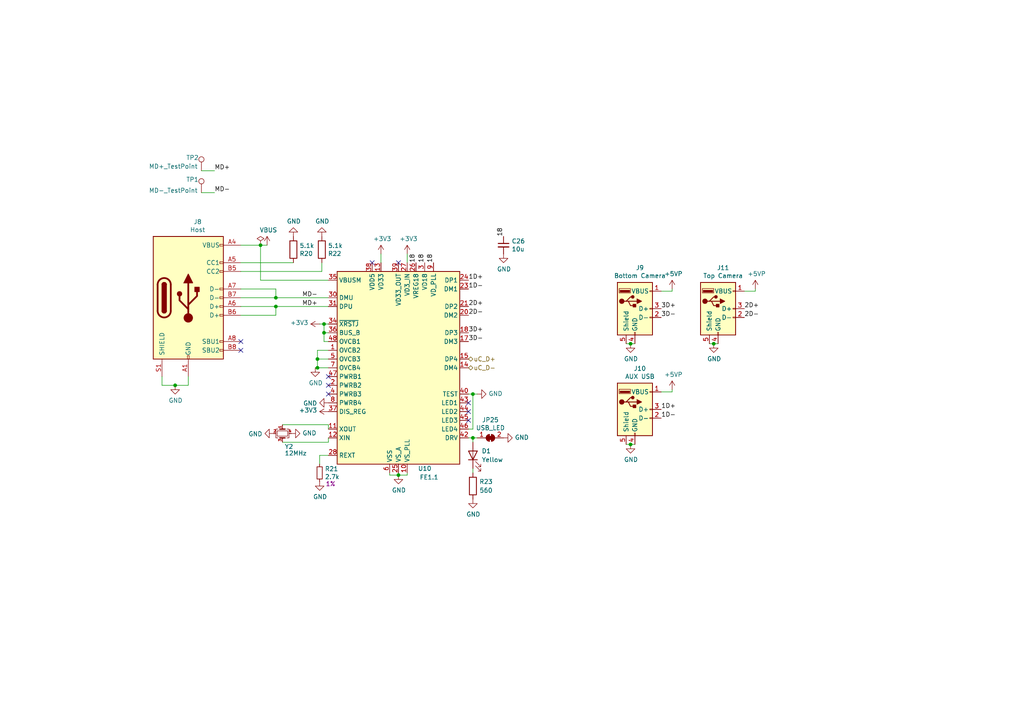
<source format=kicad_sch>
(kicad_sch (version 20211123) (generator eeschema)
  (paper "A4")
  (title_block (title "Index Mobo") (date "2021-02-19") (rev "${version}"))
  (lib_symbols
    (symbol "Connector:TestPoint" (pin_numbers hide) (pin_names (offset 0.762) hide)
      (property "Reference" "TP" (at 0 6.858 0))
      (property "Value" "TestPoint" (at 0 5.08 0))
      (symbol "TestPoint_0_1"
        (circle (center 0 3.302) (radius 0.762))
      )
      (symbol "TestPoint_1_1"
        (pin passive line (at 0 0 90) (length 2.54) (name "1") (number "1"))
      )
    )
    (symbol "Connector:USB_A" (pin_names (offset 1.016))
      (property "Reference" "J" (at -5.08 11.43 0))
      (property "Value" "USB_A" (at -5.08 8.89 0))
      (symbol "USB_A_0_1"
        (rectangle (start -5.08 -7.62) (end 5.08 7.62) (stroke (width 0.254)) (fill (type background)))
        (circle (center -3.81 2.159) (radius 0.635) (stroke (width 0.254)) (fill (type outline)))
        (rectangle (start -1.524 4.826) (end -4.318 5.334) (fill (type outline)))
        (rectangle (start -1.27 4.572) (end -4.572 5.842))
        (circle (center -0.635 3.429) (radius 0.381) (stroke (width 0.254)) (fill (type outline)))
        (rectangle (start -0.127 -7.62) (end 0.127 -6.858))
        (polyline (pts (xy -3.175 2.159) (xy -2.54 2.159) (xy -1.27 3.429) (xy -0.635 3.429)) (stroke (width 0.254)))
        (polyline (pts (xy -2.54 2.159) (xy -1.905 2.159) (xy -1.27 0.889) (xy 0 0.889)) (stroke (width 0.254)))
        (polyline (pts (xy 0.635 2.794) (xy 0.635 1.524) (xy 1.905 2.159) (xy 0.635 2.794)) (stroke (width 0.254)) (fill (type outline)))
        (rectangle (start 0.254 1.27) (end -0.508 0.508) (stroke (width 0.254)) (fill (type outline)))
        (rectangle (start 5.08 -2.667) (end 4.318 -2.413))
        (rectangle (start 5.08 -0.127) (end 4.318 0.127))
        (rectangle (start 5.08 4.953) (end 4.318 5.207))
      )
      (symbol "USB_A_1_1"
        (polyline (pts (xy -1.905 2.159) (xy 0.635 2.159)) (stroke (width 0.254)))
        (pin power_in line (at 7.62 5.08 180) (length 2.54) (name "VBUS") (number "1"))
        (pin bidirectional line (at 7.62 -2.54 180) (length 2.54) (name "D-") (number "2"))
        (pin bidirectional line (at 7.62 0 180) (length 2.54) (name "D+") (number "3"))
        (pin power_in line (at 0 -10.16 90) (length 2.54) (name "GND") (number "4"))
        (pin passive line (at -2.54 -10.16 90) (length 2.54) (name "Shield") (number "5"))
      )
    )
    (symbol "Connector:USB_C_Receptacle_USB2.0" (pin_names (offset 1.016))
      (property "Reference" "J" (at -10.16 19.05 0))
      (property "Value" "USB_C_Receptacle_USB2.0" (at 19.05 19.05 0))
      (symbol "USB_C_Receptacle_USB2.0_0_0"
        (rectangle (start -0.254 -17.78) (end 0.254 -16.764))
        (rectangle (start 10.16 -14.986) (end 9.144 -15.494))
        (rectangle (start 10.16 -12.446) (end 9.144 -12.954))
        (rectangle (start 10.16 -4.826) (end 9.144 -5.334))
        (rectangle (start 10.16 -2.286) (end 9.144 -2.794))
        (rectangle (start 10.16 0.254) (end 9.144 -0.254))
        (rectangle (start 10.16 2.794) (end 9.144 2.286))
        (rectangle (start 10.16 7.874) (end 9.144 7.366))
        (rectangle (start 10.16 10.414) (end 9.144 9.906))
        (rectangle (start 10.16 15.494) (end 9.144 14.986))
      )
      (symbol "USB_C_Receptacle_USB2.0_0_1"
        (rectangle (start -10.16 17.78) (end 10.16 -17.78) (stroke (width 0.254)) (fill (type background)))
        (arc (start -8.89 -3.81) (mid -6.985 -5.715) (end -5.08 -3.81) (stroke (width 0.508)))
        (arc (start -7.62 -3.81) (mid -6.985 -4.445) (end -6.35 -3.81) (stroke (width 0.254)))
        (arc (start -7.62 -3.81) (mid -6.985 -4.445) (end -6.35 -3.81) (stroke (width 0.254)) (fill (type outline)))
        (rectangle (start -7.62 -3.81) (end -6.35 3.81) (stroke (width 0.254)) (fill (type outline)))
        (arc (start -6.35 3.81) (mid -6.985 4.445) (end -7.62 3.81) (stroke (width 0.254)))
        (arc (start -6.35 3.81) (mid -6.985 4.445) (end -7.62 3.81) (stroke (width 0.254)) (fill (type outline)))
        (arc (start -5.08 3.81) (mid -6.985 5.715) (end -8.89 3.81) (stroke (width 0.508)))
        (circle (center -2.54 1.143) (radius 0.635) (stroke (width 0.254)) (fill (type outline)))
        (circle (center 0 -5.842) (radius 1.27) (fill (type outline)))
        (polyline (pts (xy -8.89 -3.81) (xy -8.89 3.81)) (stroke (width 0.508)))
        (polyline (pts (xy -5.08 3.81) (xy -5.08 -3.81)) (stroke (width 0.508)))
        (polyline (pts (xy 0 -5.842) (xy 0 4.318)) (stroke (width 0.508)))
        (polyline (pts (xy 0 -3.302) (xy -2.54 -0.762) (xy -2.54 0.508)) (stroke (width 0.508)))
        (polyline (pts (xy 0 -2.032) (xy 2.54 0.508) (xy 2.54 1.778)) (stroke (width 0.508)))
        (polyline (pts (xy -1.27 4.318) (xy 0 6.858) (xy 1.27 4.318) (xy -1.27 4.318)) (stroke (width 0.254)) (fill (type outline)))
        (rectangle (start 1.905 1.778) (end 3.175 3.048) (stroke (width 0.254)) (fill (type outline)))
      )
      (symbol "USB_C_Receptacle_USB2.0_1_1"
        (pin passive line (at 0 -22.86 90) (length 5.08) (name "GND") (number "A1"))
        (pin passive line (at 0 -22.86 90) (length 5.08) hide (name "GND") (number "A12"))
        (pin passive line (at 15.24 15.24 180) (length 5.08) (name "VBUS") (number "A4"))
        (pin bidirectional line (at 15.24 10.16 180) (length 5.08) (name "CC1") (number "A5"))
        (pin bidirectional line (at 15.24 -2.54 180) (length 5.08) (name "D+") (number "A6"))
        (pin bidirectional line (at 15.24 2.54 180) (length 5.08) (name "D-") (number "A7"))
        (pin bidirectional line (at 15.24 -12.7 180) (length 5.08) (name "SBU1") (number "A8"))
        (pin passive line (at 15.24 15.24 180) (length 5.08) hide (name "VBUS") (number "A9"))
        (pin passive line (at 0 -22.86 90) (length 5.08) hide (name "GND") (number "B1"))
        (pin passive line (at 0 -22.86 90) (length 5.08) hide (name "GND") (number "B12"))
        (pin passive line (at 15.24 15.24 180) (length 5.08) hide (name "VBUS") (number "B4"))
        (pin bidirectional line (at 15.24 7.62 180) (length 5.08) (name "CC2") (number "B5"))
        (pin bidirectional line (at 15.24 -5.08 180) (length 5.08) (name "D+") (number "B6"))
        (pin bidirectional line (at 15.24 0 180) (length 5.08) (name "D-") (number "B7"))
        (pin bidirectional line (at 15.24 -15.24 180) (length 5.08) (name "SBU2") (number "B8"))
        (pin passive line (at 15.24 15.24 180) (length 5.08) hide (name "VBUS") (number "B9"))
        (pin passive line (at -7.62 -22.86 90) (length 5.08) (name "SHIELD") (number "S1"))
      )
    )
    (symbol "Device:C_Small" (pin_numbers hide) (pin_names (offset 0.254) hide)
      (property "Reference" "C" (at 0.254 1.778 0))
      (property "Value" "C_Small" (at 0.254 -2.032 0))
      (symbol "C_Small_0_1"
        (polyline (pts (xy -1.524 -0.508) (xy 1.524 -0.508)) (stroke (width 0.3302)))
        (polyline (pts (xy -1.524 0.508) (xy 1.524 0.508)) (stroke (width 0.3048)))
      )
      (symbol "C_Small_1_1"
        (pin passive line (at 0 2.54 270) (length 2.032) (name "~") (number "1"))
        (pin passive line (at 0 -2.54 90) (length 2.032) (name "~") (number "2"))
      )
    )
    (symbol "Device:Crystal_GND24_Small" (pin_names (offset 1.016) hide)
      (property "Reference" "Y" (at 1.27 4.445 0))
      (property "Value" "Crystal_GND24_Small" (at 1.27 2.54 0))
      (symbol "Crystal_GND24_Small_0_1"
        (rectangle (start -0.762 -1.524) (end 0.762 1.524))
        (polyline (pts (xy -1.27 -0.762) (xy -1.27 0.762)) (stroke (width 0.381)))
        (polyline (pts (xy 1.27 -0.762) (xy 1.27 0.762)) (stroke (width 0.381)))
        (polyline (pts (xy -1.27 -1.27) (xy -1.27 -1.905) (xy 1.27 -1.905) (xy 1.27 -1.27)))
        (polyline (pts (xy -1.27 1.27) (xy -1.27 1.905) (xy 1.27 1.905) (xy 1.27 1.27)))
      )
      (symbol "Crystal_GND24_Small_1_1"
        (pin passive line (at -2.54 0 0) (length 1.27) (name "1") (number "1"))
        (pin passive line (at 0 -2.54 90) (length 0.635) (name "2") (number "2"))
        (pin passive line (at 2.54 0 180) (length 1.27) (name "3") (number "3"))
        (pin passive line (at 0 2.54 270) (length 0.635) (name "4") (number "4"))
      )
    )
    (symbol "Device:LED" (pin_numbers hide) (pin_names (offset 1.016) hide)
      (property "Reference" "D" (at 0 2.54 0))
      (property "Value" "LED" (at 0 -2.54 0))
      (symbol "LED_0_1"
        (polyline (pts (xy -1.27 -1.27) (xy -1.27 1.27)) (stroke (width 0.254)))
        (polyline (pts (xy -1.27 0) (xy 1.27 0)))
        (polyline (pts (xy 1.27 -1.27) (xy 1.27 1.27) (xy -1.27 0) (xy 1.27 -1.27)) (stroke (width 0.254)))
        (polyline (pts (xy -3.048 -0.762) (xy -4.572 -2.286) (xy -3.81 -2.286) (xy -4.572 -2.286) (xy -4.572 -1.524)))
        (polyline (pts (xy -1.778 -0.762) (xy -3.302 -2.286) (xy -2.54 -2.286) (xy -3.302 -2.286) (xy -3.302 -1.524)))
      )
      (symbol "LED_1_1"
        (pin passive line (at -3.81 0 0) (length 2.54) (name "K") (number "1"))
        (pin passive line (at 3.81 0 180) (length 2.54) (name "A") (number "2"))
      )
    )
    (symbol "Device:R" (pin_numbers hide) (pin_names (offset 0))
      (property "Reference" "R" (at 2.032 0 90))
      (property "Value" "R" (at 0 0 90))
      (symbol "R_0_1"
        (rectangle (start -1.016 -2.54) (end 1.016 2.54) (stroke (width 0.254)))
      )
      (symbol "R_1_1"
        (pin passive line (at 0 3.81 270) (length 1.27) (name "~") (number "1"))
        (pin passive line (at 0 -3.81 90) (length 1.27) (name "~") (number "2"))
      )
    )
    (symbol "Device:R_Small" (pin_numbers hide) (pin_names (offset 0.254) hide)
      (property "Reference" "R" (at 0.762 0.508 0))
      (property "Value" "R_Small" (at 0.762 -1.016 0))
      (symbol "R_Small_0_1"
        (rectangle (start -0.762 1.778) (end 0.762 -1.778) (stroke (width 0.2032)))
      )
      (symbol "R_Small_1_1"
        (pin passive line (at 0 2.54 270) (length 0.762) (name "~") (number "1"))
        (pin passive line (at 0 -2.54 90) (length 0.762) (name "~") (number "2"))
      )
    )
    (symbol "Jumper:SolderJumper_2_Bridged" (pin_names (offset 0) hide)
      (property "Reference" "JP" (at 0 2.032 0))
      (property "Value" "SolderJumper_2_Bridged" (at 0 -2.54 0))
      (symbol "SolderJumper_2_Bridged_0_1"
        (rectangle (start -0.508 0.508) (end 0.508 -0.508) (fill (type outline)))
        (arc (start -0.254 1.016) (mid -1.27 0) (end -0.254 -1.016))
        (arc (start -0.254 1.016) (mid -1.27 0) (end -0.254 -1.016) (fill (type outline)))
        (polyline (pts (xy -0.254 1.016) (xy -0.254 -1.016)))
        (polyline (pts (xy 0.254 1.016) (xy 0.254 -1.016)))
        (arc (start 0.254 -1.016) (mid 1.27 0) (end 0.254 1.016))
        (arc (start 0.254 -1.016) (mid 1.27 0) (end 0.254 1.016) (fill (type outline)))
      )
      (symbol "SolderJumper_2_Bridged_1_1"
        (pin passive line (at -3.81 0 0) (length 2.54) (name "A") (number "1"))
        (pin passive line (at 3.81 0 180) (length 2.54) (name "B") (number "2"))
      )
    )
    (symbol "index:FE1.1"
      (property "Reference" "U" (at -13.97 26.67 0))
      (property "Value" "FE1.1" (at 15.24 27.94 0))
      (symbol "FE1.1_0_1"
        (rectangle (start -17.78 25.4) (end 17.78 -30.48) (stroke (width 0.254)) (fill (type background)))
      )
      (symbol "FE1.1_1_1"
        (pin input line (at -20.32 2.54 0) (length 2.54) (name "OVCB2") (number "1"))
        (pin power_in line (at 2.54 -33.02 90) (length 2.54) (name "VS_PLL") (number "10"))
        (pin output line (at -20.32 -20.32 0) (length 2.54) (name "XOUT") (number "11"))
        (pin input line (at -20.32 -22.86 0) (length 2.54) (name "XIN") (number "12"))
        (pin power_in line (at -5.08 27.94 270) (length 2.54) (name "VD33") (number "13"))
        (pin bidirectional line (at 20.32 -2.54 180) (length 2.54) (name "DM4") (number "14"))
        (pin bidirectional line (at 20.32 0 180) (length 2.54) (name "DP4") (number "15"))
        (pin passive line (at -2.54 -33.02 90) (length 2.54) hide (name "VSS") (number "16"))
        (pin bidirectional line (at 20.32 5.08 180) (length 2.54) (name "DM3") (number "17"))
        (pin bidirectional line (at 20.32 7.62 180) (length 2.54) (name "DP3") (number "18"))
        (pin passive line (at -5.08 27.94 270) (length 2.54) hide (name "VD33") (number "19"))
        (pin input line (at -20.32 -7.62 0) (length 2.54) (name "PWRB2") (number "2"))
        (pin bidirectional line (at 20.32 12.7 180) (length 2.54) (name "DM2") (number "20"))
        (pin bidirectional line (at 20.32 15.24 180) (length 2.54) (name "DP2") (number "21"))
        (pin passive line (at -2.54 -33.02 90) (length 2.54) hide (name "VSS") (number "22"))
        (pin bidirectional line (at 20.32 20.32 180) (length 2.54) (name "DM1") (number "23"))
        (pin bidirectional line (at 20.32 22.86 180) (length 2.54) (name "DP1") (number "24"))
        (pin power_in line (at 0 -33.02 90) (length 2.54) (name "VS_A") (number "25"))
        (pin power_out line (at 5.08 27.94 270) (length 2.54) (name "VREG18") (number "26"))
        (pin power_in line (at 2.54 27.94 270) (length 2.54) (name "VD3_IN") (number "27"))
        (pin passive line (at -20.32 -27.94 0) (length 2.54) (name "REXT") (number "28"))
        (pin passive line (at 7.62 27.94 270) (length 2.54) hide (name "VD18") (number "29"))
        (pin power_in line (at 7.62 27.94 270) (length 2.54) (name "VD18") (number "3"))
        (pin bidirectional line (at -20.32 17.78 0) (length 2.54) (name "DMU") (number "30"))
        (pin bidirectional line (at -20.32 15.24 0) (length 2.54) (name "DPU") (number "31"))
        (pin passive line (at -5.08 27.94 270) (length 2.54) hide (name "VD33") (number "32"))
        (pin passive line (at -2.54 -33.02 90) (length 2.54) hide (name "VSS") (number "33"))
        (pin input line (at -20.32 10.16 0) (length 2.54) (name "~{XRSTJ}") (number "34"))
        (pin input line (at -20.32 22.86 0) (length 2.54) (name "VBUSM") (number "35"))
        (pin input line (at -20.32 7.62 0) (length 2.54) (name "BUS_B") (number "36"))
        (pin input line (at -20.32 -15.24 0) (length 2.54) (name "DIS_REG") (number "37"))
        (pin power_in line (at -7.62 27.94 270) (length 2.54) (name "VDD5") (number "38"))
        (pin power_out line (at 0 27.94 270) (length 2.54) (name "VD33_OUT") (number "39"))
        (pin input line (at -20.32 -10.16 0) (length 2.54) (name "PWRB3") (number "4"))
        (pin input line (at 20.32 -10.16 180) (length 2.54) (name "TEST") (number "40"))
        (pin passive line (at -5.08 27.94 270) (length 2.54) hide (name "VD33") (number "41"))
        (pin passive line (at 20.32 -22.86 180) (length 2.54) (name "DRV") (number "42"))
        (pin passive line (at 20.32 -12.7 180) (length 2.54) (name "LED1") (number "43"))
        (pin passive line (at 20.32 -15.24 180) (length 2.54) (name "LED2") (number "44"))
        (pin passive line (at 20.32 -17.78 180) (length 2.54) (name "LED3") (number "45"))
        (pin passive line (at 20.32 -20.32 180) (length 2.54) (name "LED4") (number "46"))
        (pin input line (at -20.32 -5.08 0) (length 2.54) (name "PWRB1") (number "47"))
        (pin input line (at -20.32 5.08 0) (length 2.54) (name "OVCB1") (number "48"))
        (pin input line (at -20.32 0 0) (length 2.54) (name "OVCB3") (number "5"))
        (pin power_in line (at -2.54 -33.02 90) (length 2.54) (name "VSS") (number "6"))
        (pin input line (at -20.32 -2.54 0) (length 2.54) (name "OVCB4") (number "7"))
        (pin input line (at -20.32 -12.7 0) (length 2.54) (name "PWRB4") (number "8"))
        (pin power_in line (at 10.16 27.94 270) (length 2.54) (name "VD_PLL") (number "9"))
      )
    )
    (symbol "power:+3.3V" (power) (pin_names (offset 0))
      (property "Value" "+3.3V" (at 0 3.556 0))
      (symbol "+3.3V_0_1"
        (polyline (pts (xy -0.762 1.27) (xy 0 2.54)))
        (polyline (pts (xy 0 0) (xy 0 2.54)))
        (polyline (pts (xy 0 2.54) (xy 0.762 1.27)))
      )
      (symbol "+3.3V_1_1"
        (pin power_in line (at 0 0 90) (length 0) hide (name "+3V3") (number "1"))
      )
    )
    (symbol "power:+5VP" (power) (pin_names (offset 0))
      (property "Value" "+5VP" (at 0 3.556 0))
      (symbol "+5VP_0_1"
        (polyline (pts (xy -0.762 1.27) (xy 0 2.54)))
        (polyline (pts (xy 0 0) (xy 0 2.54)))
        (polyline (pts (xy 0 2.54) (xy 0.762 1.27)))
      )
      (symbol "+5VP_1_1"
        (pin power_in line (at 0 0 90) (length 0) hide (name "+5VP") (number "1"))
      )
    )
    (symbol "power:GND" (power) (pin_names (offset 0))
      (property "Value" "GND" (at 0 -3.81 0))
      (symbol "GND_0_1"
        (polyline (pts (xy 0 0) (xy 0 -1.27) (xy 1.27 -1.27) (xy 0 -2.54) (xy -1.27 -1.27) (xy 0 -1.27)))
      )
      (symbol "GND_1_1"
        (pin power_in line (at 0 0 270) (length 0) hide (name "GND") (number "1"))
      )
    )
    (symbol "power:PWR_FLAG" (power) (pin_numbers hide) (pin_names (offset 0) hide)
      (property "Value" "PWR_FLAG" (at 0 3.81 0))
      (symbol "PWR_FLAG_0_0"
        (pin power_out line (at 0 0 90) (length 0) (name "pwr") (number "1"))
      )
      (symbol "PWR_FLAG_0_1"
        (polyline (pts (xy 0 0) (xy 0 1.27) (xy -1.016 1.905) (xy 0 2.54) (xy 1.016 1.905) (xy 0 1.27)))
      )
    )
    (symbol "power:VBUS" (power) (pin_names (offset 0))
      (property "Value" "VBUS" (at 0 3.81 0))
      (symbol "VBUS_0_1"
        (polyline (pts (xy -0.762 1.27) (xy 0 2.54)))
        (polyline (pts (xy 0 0) (xy 0 2.54)))
        (polyline (pts (xy 0 2.54) (xy 0.762 1.27)))
      )
      (symbol "VBUS_1_1"
        (pin power_in line (at 0 0 90) (length 0) hide (name "VBUS") (number "1"))
      )
    )
  )
  (junction (at 92.075 106.68))
  (junction (at 92.075 104.14))
  (junction (at 80.01 88.9))
  (junction (at 80.01 86.36))
  (junction (at 93.98 93.98))
  (junction (at 182.88 128.905))
  (junction (at 137.16 127))
  (junction (at 182.88 99.695))
  (junction (at 75.565 71.12))
  (junction (at 207.01 99.695))
  (junction (at 115.57 137.795))
  (junction (at 137.16 114.3))
  (junction (at 50.8 111.76))
  (junction (at 93.98 96.52))
  (no_connect (at 95.25 111.76))
  (no_connect (at 135.89 119.38))
  (no_connect (at 69.85 101.6))
  (no_connect (at 135.89 116.84))
  (no_connect (at 69.85 99.06))
  (no_connect (at 95.25 109.22))
  (no_connect (at 107.95 76.2))
  (no_connect (at 95.25 114.3))
  (no_connect (at 115.57 76.2))
  (no_connect (at 135.89 121.92))
  (wire (pts (xy 95.25 128.27) (xy 81.915 128.27)))
  (wire (pts (xy 118.11 137.16) (xy 118.11 137.795)))
  (wire (pts (xy 194.945 83.82) (xy 194.945 84.455)))
  (wire (pts (xy 92.075 104.14) (xy 92.075 106.68)))
  (wire (pts (xy 113.03 137.16) (xy 113.03 137.795)))
  (wire (pts (xy 137.16 128.27) (xy 137.16 127)))
  (wire (pts (xy 50.8 111.76) (xy 46.99 111.76)))
  (wire (pts (xy 80.01 83.82) (xy 69.85 83.82)))
  (wire (pts (xy 93.98 99.06) (xy 95.25 99.06)))
  (wire (pts (xy 69.85 76.2) (xy 85.09 76.2)))
  (wire (pts (xy 80.01 86.36) (xy 95.25 86.36)))
  (wire (pts (xy 137.16 114.3) (xy 138.43 114.3)))
  (wire (pts (xy 93.98 93.98) (xy 95.25 93.98)))
  (wire (pts (xy 118.11 137.795) (xy 115.57 137.795)))
  (wire (pts (xy 181.61 128.905) (xy 182.88 128.905)))
  (wire (pts (xy 92.71 132.08) (xy 92.71 134.62)))
  (wire (pts (xy 219.075 84.455) (xy 215.9 84.455)))
  (wire (pts (xy 54.61 109.22) (xy 54.61 111.76)))
  (wire (pts (xy 194.945 113.03) (xy 194.945 113.665)))
  (wire (pts (xy 205.74 99.695) (xy 207.01 99.695)))
  (wire (pts (xy 80.01 88.9) (xy 80.01 91.44)))
  (wire (pts (xy 113.03 137.795) (xy 115.57 137.795)))
  (wire (pts (xy 137.16 137.16) (xy 137.16 135.89)))
  (wire (pts (xy 92.075 101.6) (xy 95.25 101.6)))
  (wire (pts (xy 93.345 76.2) (xy 93.345 78.74)))
  (wire (pts (xy 80.01 91.44) (xy 69.85 91.44)))
  (wire (pts (xy 182.88 128.905) (xy 184.15 128.905)))
  (wire (pts (xy 118.11 73.66) (xy 118.11 76.2)))
  (wire (pts (xy 62.23 55.88) (xy 58.42 55.88)))
  (wire (pts (xy 219.075 83.82) (xy 219.075 84.455)))
  (wire (pts (xy 80.01 86.36) (xy 69.85 86.36)))
  (wire (pts (xy 137.16 124.46) (xy 137.16 114.3)))
  (wire (pts (xy 95.25 104.14) (xy 92.075 104.14)))
  (wire (pts (xy 181.61 99.695) (xy 182.88 99.695)))
  (wire (pts (xy 95.25 127) (xy 95.25 128.27)))
  (wire (pts (xy 93.98 96.52) (xy 93.98 99.06)))
  (wire (pts (xy 182.88 99.695) (xy 184.15 99.695)))
  (wire (pts (xy 80.01 88.9) (xy 95.25 88.9)))
  (wire (pts (xy 75.565 81.28) (xy 75.565 71.12)))
  (wire (pts (xy 194.945 84.455) (xy 191.77 84.455)))
  (wire (pts (xy 92.71 93.98) (xy 93.98 93.98)))
  (wire (pts (xy 110.49 73.66) (xy 110.49 76.2)))
  (wire (pts (xy 62.23 49.53) (xy 58.42 49.53)))
  (wire (pts (xy 77.47 71.12) (xy 75.565 71.12)))
  (wire (pts (xy 69.85 88.9) (xy 80.01 88.9)))
  (wire (pts (xy 137.16 127) (xy 135.89 127)))
  (wire (pts (xy 95.25 123.19) (xy 95.25 124.46)))
  (wire (pts (xy 75.565 71.12) (xy 69.85 71.12)))
  (wire (pts (xy 80.01 86.36) (xy 80.01 83.82)))
  (wire (pts (xy 92.075 104.14) (xy 92.075 101.6)))
  (wire (pts (xy 81.915 123.19) (xy 95.25 123.19)))
  (wire (pts (xy 46.99 111.76) (xy 46.99 109.22)))
  (wire (pts (xy 135.89 114.3) (xy 137.16 114.3)))
  (wire (pts (xy 95.25 132.08) (xy 92.71 132.08)))
  (wire (pts (xy 135.89 124.46) (xy 137.16 124.46)))
  (wire (pts (xy 93.98 93.98) (xy 93.98 96.52)))
  (wire (pts (xy 91.44 106.68) (xy 92.075 106.68)))
  (wire (pts (xy 54.61 111.76) (xy 50.8 111.76)))
  (wire (pts (xy 95.25 81.28) (xy 75.565 81.28)))
  (wire (pts (xy 93.345 78.74) (xy 69.85 78.74)))
  (wire (pts (xy 92.075 106.68) (xy 95.25 106.68)))
  (wire (pts (xy 137.16 127) (xy 138.43 127)))
  (wire (pts (xy 115.57 137.16) (xy 115.57 137.795)))
  (wire (pts (xy 194.945 113.665) (xy 191.77 113.665)))
  (wire (pts (xy 207.01 99.695) (xy 208.28 99.695)))
  (wire (pts (xy 93.98 96.52) (xy 95.25 96.52)))
  (label "MD-" (at 87.63 86.36 0))
  (label "1D+" (at 191.77 118.745 0))
  (label "18" (at 125.73 76.2 90))
  (label "1D-" (at 135.89 83.82 0))
  (label "MD-" (at 62.23 55.88 0))
  (label "18" (at 123.19 76.2 90))
  (label "2D-" (at 135.89 91.44 0))
  (label "MD+" (at 87.63 88.9 0))
  (label "3D+" (at 191.77 89.535 0))
  (label "1D+" (at 135.89 81.28 0))
  (label "1D-" (at 191.77 121.285 0))
  (label "2D-" (at 215.9 92.075 0))
  (label "2D+" (at 135.89 88.9 0))
  (label "MD+" (at 62.23 49.53 0))
  (label "3D-" (at 135.89 99.06 0))
  (label "2D+" (at 215.9 89.535 0))
  (label "18" (at 120.65 76.2 90))
  (label "18" (at 146.05 68.58 90))
  (label "3D+" (at 135.89 96.52 0))
  (label "3D-" (at 191.77 92.075 0))
  (hierarchical_label "uC_D-" (shape bidirectional) (at 135.89 106.68 0))
  (hierarchical_label "uC_D+" (shape bidirectional) (at 135.89 104.14 0))
  (symbol (lib_id "Device:C_Small") (at 146.05 71.12 0) (unit 1)
    (property "Reference" "C26" (at 148.3868 69.9516 0) (effects (justify left)))
    (property "Value" "10u" (at 148.3868 72.263 0) (effects (justify left)))
    (property "Footprint" "Capacitor_SMD:C_0805_2012Metric" (effects hide))
    (property "Digikey" "490-18663-1-ND" (effects hide))
    (property "JLCPCB" "C15850" (effects hide))
    (property "LCSC" "C17024" (effects hide))
    (property "Mouser" "81-GRM21BR61H106KE3L" (effects hide))
  )
  (symbol (lib_id "power:GND") (at 146.05 73.66 0) (unit 1)
    (property "Reference" "#PWR0134" (effects hide))
    (property "Value" "GND" (at 146.177 78.0542 0))
  )
  (symbol (lib_id "Device:Crystal_GND24_Small") (at 81.915 125.73 270) (unit 1)
    (property "Reference" "Y2" (at 82.55 129.54 90) (effects (justify left)))
    (property "Value" "12MHz" (at 82.55 131.445 90) (effects (justify left)))
    (property "Footprint" "Crystal:Crystal_SMD_3225-4Pin_3.2x2.5mm" (effects hide))
    (property "JLCPCB" "C9002" (effects hide))
    (property "LCSC" "C9002" (effects hide))
  )
  (symbol (lib_id "power:GND") (at 182.88 99.695 0) (unit 1)
    (property "Reference" "#PWR0136" (effects hide))
    (property "Value" "GND" (at 183.007 104.0892 0))
  )
  (symbol (lib_id "power:GND") (at 207.01 99.695 0) (unit 1)
    (property "Reference" "#PWR0140" (effects hide))
    (property "Value" "GND" (at 207.137 104.0892 0))
  )
  (symbol (lib_id "power:GND") (at 84.455 125.73 90) (unit 1)
    (property "Reference" "#PWR0121" (effects hide))
    (property "Value" "GND" (at 87.7062 125.603 90) (effects (justify right)))
  )
  (symbol (lib_id "power:GND") (at 79.375 125.73 270) (unit 1)
    (property "Reference" "#PWR0120" (effects hide))
    (property "Value" "GND" (at 76.1238 125.857 90) (effects (justify right)))
  )
  (symbol (lib_id "Connector:USB_A") (at 184.15 89.535 0) (unit 1)
    (property "Reference" "J9" (at 185.5978 77.6732 0))
    (property "Value" "Bottom Camera" (at 185.5978 79.9846 0))
    (property "Footprint" "Connector_USB:USB_A_Stewart_SS-52100-001_Horizontal" (effects hide))
    (property "Datasheet" " ~" (effects hide))
    (property "LCSC" "C503996" (effects hide))
    (property "JLCPCB" "C503996" (effects hide))
    (property "Digikey" "2987-CU01SAH0S00-ND" (effects hide))
    (property "Mouser" "649-87520-0012BLF" (effects hide))
  )
  (symbol (lib_id "Connector:USB_A") (at 184.15 118.745 0) (unit 1)
    (property "Reference" "J10" (at 185.5978 106.8832 0))
    (property "Value" "AUX USB" (at 185.5978 109.1946 0))
    (property "Footprint" "Connector_USB:USB_A_Stewart_SS-52100-001_Horizontal" (effects hide))
    (property "Datasheet" " ~" (effects hide))
    (property "JLCPCB" "C503996" (effects hide))
    (property "LCSC" "C503996" (effects hide))
    (property "Digikey" "2987-CU01SAH0S00-ND" (effects hide))
    (property "Mouser" "649-87520-0012BLF" (effects hide))
  )
  (symbol (lib_id "Connector:USB_A") (at 208.28 89.535 0) (unit 1)
    (property "Reference" "J11" (at 209.7278 77.6732 0))
    (property "Value" "Top Camera" (at 209.7278 79.9846 0))
    (property "Footprint" "Connector_USB:USB_A_Stewart_SS-52100-001_Horizontal" (effects hide))
    (property "Datasheet" " ~" (effects hide))
    (property "JLCPCB" "C503996" (effects hide))
    (property "LCSC" "C503996" (effects hide))
    (property "Digikey" "2987-CU01SAH0S00-ND" (effects hide))
    (property "Mouser" "649-87520-0012BLF" (effects hide))
    (property "Manufacturer" "a" (effects hide))
  )
  (symbol (lib_id "Device:R_Small") (at 92.71 137.16 0) (unit 1)
    (property "Reference" "R21" (at 94.2086 135.9916 0) (effects (justify left)))
    (property "Value" "2.7k" (at 94.2086 138.303 0) (effects (justify left)))
    (property "Footprint" "Resistor_SMD:R_0805_2012Metric" (effects hide))
    (property "Digikey" "A129754CT-ND" (effects hide))
    (property "JLCPCB" "C17530" (effects hide))
    (property "LCSC" "C139909" (effects hide))
    (property "Mouser" "652-CR0805FX-2701ELF" (effects hide))
    (property "Notes" "1%" (at 95.885 140.335 0))
  )
  (symbol (lib_id "power:GND") (at 92.71 139.7 0) (unit 1)
    (property "Reference" "#PWR0125" (effects hide))
    (property "Value" "GND" (at 92.837 144.0942 0))
  )
  (symbol (lib_id "power:GND") (at 115.57 137.795 0) (unit 1)
    (property "Reference" "#PWR0130" (effects hide))
    (property "Value" "GND" (at 115.697 142.1892 0))
  )
  (symbol (lib_id "power:+3.3V") (at 110.49 73.66 0) (unit 1)
    (property "Reference" "#PWR0129" (effects hide))
    (property "Value" "+3.3V" (at 110.871 69.2658 0))
  )
  (symbol (lib_id "Connector:USB_C_Receptacle_USB2.0") (at 54.61 86.36 0) (unit 1)
    (property "Reference" "J8" (at 57.3278 64.3382 0))
    (property "Value" "Host" (at 57.3278 66.6496 0))
    (property "Footprint" "Connector_USB:USB_C_Receptacle_Palconn_UTC16-G" (effects hide))
    (property "Datasheet" "https://www.usb.org/sites/default/files/documents/usb_type-c.zip" (effects hide))
    (property "LCSC" "C165948" (effects hide))
    (property "Digikey" "2073-USB4105-GF-ACT-ND" (effects hide))
    (property "JLCPCB" "C165948" (effects hide))
  )
  (symbol (lib_id "power:GND") (at 50.8 111.76 0) (unit 1)
    (property "Reference" "#PWR0118" (effects hide))
    (property "Value" "GND" (at 50.927 116.1542 0))
  )
  (symbol (lib_id "Device:R") (at 85.09 72.39 0) (mirror x) (unit 1)
    (property "Reference" "R20" (at 86.868 73.5584 0) (effects (justify left)))
    (property "Value" "5.1k" (at 86.868 71.247 0) (effects (justify left)))
    (property "Footprint" "Resistor_SMD:R_0805_2012Metric" (effects hide))
    (property "Datasheet" "https://www.vishay.com/docs/28773/crcwce3.pdf" (effects hide))
    (property "JLCPCB" " C27834" (effects hide))
    (property "LCSC" "C115337" (effects hide))
    (property "Digikey" "541-CRCW08055K10FKEACCT-ND" (effects hide))
    (property "Mouser" "71-CRCW08055K10FKEAC" (effects hide))
  )
  (symbol (lib_id "power:GND") (at 85.09 68.58 0) (mirror x) (unit 1)
    (property "Reference" "#PWR0122" (effects hide))
    (property "Value" "GND" (at 85.217 64.1858 0))
  )
  (symbol (lib_id "Device:R") (at 93.345 72.39 0) (mirror x) (unit 1)
    (property "Reference" "R22" (at 95.123 73.5584 0) (effects (justify left)))
    (property "Value" "5.1k" (at 95.123 71.247 0) (effects (justify left)))
    (property "Footprint" "Resistor_SMD:R_0805_2012Metric" (effects hide))
    (property "Datasheet" "https://www.vishay.com/docs/28773/crcwce3.pdf" (effects hide))
    (property "JLCPCB" " C27834" (effects hide))
    (property "LCSC" "C115337" (effects hide))
    (property "Digikey" "541-CRCW08055K10FKEACCT-ND" (effects hide))
    (property "Mouser" "71-CRCW08055K10FKEAC" (effects hide))
  )
  (symbol (lib_id "power:GND") (at 93.345 68.58 0) (mirror x) (unit 1)
    (property "Reference" "#PWR0126" (effects hide))
    (property "Value" "GND" (at 93.472 64.1858 0))
  )
  (symbol (lib_id "Device:LED") (at 137.16 132.08 90) (unit 1)
    (property "Reference" "D1" (at 139.7 130.81 90) (effects (justify right)))
    (property "Value" "Yellow" (at 139.7 133.35 90) (effects (justify right)))
    (property "Footprint" "LED_SMD:LED_0805_2012Metric" (effects hide))
    (property "Digikey" "732-4987-1-ND" (effects hide))
    (property "JLCPCB" "C2296" (effects hide))
    (property "LCSC" "C779458" (effects hide))
    (property "Mouser" "710-150080YS75000" (effects hide))
    (property "Config" "+USBPWR" (effects hide))
  )
  (symbol (lib_id "power:GND") (at 95.25 116.84 270) (unit 1)
    (property "Reference" "#PWR0127" (effects hide))
    (property "Value" "GND" (at 91.9988 116.967 90) (effects (justify right)))
  )
  (symbol (lib_id "power:GND") (at 138.43 114.3 90) (unit 1)
    (property "Reference" "#PWR0133" (effects hide))
    (property "Value" "GND" (at 141.6812 114.173 90) (effects (justify right)))
  )
  (symbol (lib_id "power:+3.3V") (at 118.11 73.66 0) (unit 1)
    (property "Reference" "#PWR0131" (effects hide))
    (property "Value" "+3.3V" (at 118.491 69.2658 0))
  )
  (symbol (lib_id "power:+3.3V") (at 95.25 119.38 90) (unit 1)
    (property "Reference" "#PWR0128" (effects hide))
    (property "Value" "+3.3V" (at 91.9988 118.999 90) (effects (justify left)))
  )
  (symbol (lib_id "Jumper:SolderJumper_2_Bridged") (at 142.24 127 0) (unit 1)
    (property "Reference" "JP25" (at 142.24 121.793 0))
    (property "Value" "USB_LED" (at 142.24 124.1044 0))
    (property "Footprint" "Jumper:SolderJumper-2_P1.3mm_Bridged_RoundedPad1.0x1.5mm" (effects hide))
  )
  (symbol (lib_id "power:GND") (at 137.16 144.78 0) (unit 1)
    (property "Reference" "#PWR0132" (effects hide))
    (property "Value" "GND" (at 137.287 149.1742 0))
  )
  (symbol (lib_id "power:GND") (at 146.05 127 90) (unit 1)
    (property "Reference" "#PWR0135" (effects hide))
    (property "Value" "GND" (at 149.3012 126.873 90) (effects (justify right)))
  )
  (symbol (lib_id "Device:R") (at 137.16 140.97 0) (unit 1)
    (property "Reference" "R23" (at 140.97 139.7 0))
    (property "Value" "560" (at 140.97 142.24 0))
    (property "Footprint" "Resistor_SMD:R_0805_2012Metric" (effects hide))
    (property "JLCPCB" "C28636" (effects hide))
    (property "LCSC" "C28636" (effects hide))
    (property "Digikey" "RHM560AHCT-ND" (effects hide))
    (property "Mouser" "667-ERJ-6ENF5600V" (effects hide))
    (property "Config" "+USBPWR" (effects hide))
  )
  (symbol (lib_id "power:+3.3V") (at 92.71 93.98 90) (unit 1)
    (property "Reference" "#PWR0124" (effects hide))
    (property "Value" "+3.3V" (at 89.4588 93.599 90) (effects (justify left)))
  )
  (symbol (lib_id "power:GND") (at 91.44 106.68 0) (unit 1)
    (property "Reference" "#PWR0123" (effects hide))
    (property "Value" "GND" (at 91.567 111.0742 0))
  )
  (symbol (lib_id "power:VBUS") (at 77.47 71.12 0) (unit 1)
    (property "Reference" "#PWR0119" (effects hide))
    (property "Value" "VBUS" (at 77.851 66.7258 0))
  )
  (symbol (lib_id "power:PWR_FLAG") (at 75.565 71.12 0) (unit 1)
    (property "Reference" "#FLG023" (effects hide))
    (property "Value" "PWR_FLAG" (effects hide))
  )
  (symbol (lib_id "index:FE1.1") (at 115.57 104.14 0) (unit 1)
    (property "Reference" "U10" (at 123.19 135.89 0))
    (property "Value" "FE1.1" (at 124.46 138.43 0))
    (property "Footprint" "Package_QFP:LQFP-48_7x7mm_P0.5mm" (effects hide))
    (property "Datasheet" "https://elinux.org/images/e/ee/FE11-datasheet.pdf" (effects hide))
    (property "JLCPCB" "C28958" (effects hide))
    (property "LCSC" "C28958" (effects hide))
    (property "Mouser" "701-XR22414CV48TR-F" (effects hide))
    (property "Digikey" "1016-2188-1-ND" (effects hide))
  )
  (symbol (lib_id "power:GND") (at 182.88 128.905 0) (unit 1)
    (property "Reference" "#PWR0137" (effects hide))
    (property "Value" "GND" (at 183.007 133.2992 0))
  )
  (symbol (lib_id "power:+5VP") (at 194.945 83.82 0) (unit 1)
    (property "Reference" "#PWR0138" (effects hide))
    (property "Value" "+5VP" (at 195.326 79.4258 0))
  )
  (symbol (lib_id "power:+5VP") (at 219.075 83.82 0) (unit 1)
    (property "Reference" "#PWR0141" (effects hide))
    (property "Value" "+5VP" (at 219.456 79.4258 0))
  )
  (symbol (lib_id "power:+5VP") (at 194.945 113.03 0) (unit 1)
    (property "Reference" "#PWR0139" (effects hide))
    (property "Value" "+5VP" (at 195.326 108.6358 0))
  )
  (symbol (lib_id "Connector:TestPoint") (at 58.42 55.88 0) (unit 1)
    (property "Reference" "TP1" (at 53.975 52.07 0) (effects (justify left)))
    (property "Value" "MD-_TestPoint" (at 43.18 55.245 0) (effects (justify left)))
    (property "Footprint" "TestPoint:TestPoint_Pad_D2.0mm" (effects hide))
  )
  (symbol (lib_id "Connector:TestPoint") (at 58.42 49.53 0) (unit 1)
    (property "Reference" "TP2" (at 53.975 45.72 0) (effects (justify left)))
    (property "Value" "MD+_TestPoint" (at 43.18 48.26 0) (effects (justify left)))
    (property "Footprint" "TestPoint:TestPoint_Pad_D2.0mm" (effects hide))
  )
)
</source>
